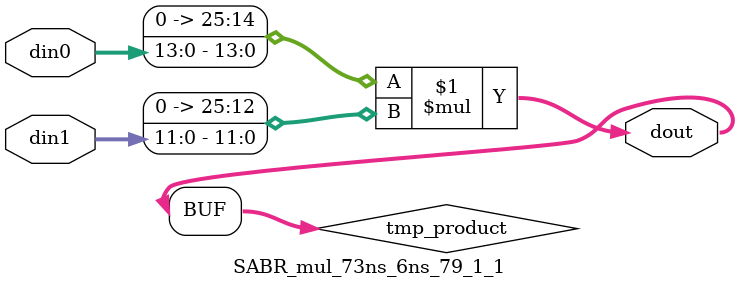
<source format=v>

`timescale 1 ns / 1 ps

 module SABR_mul_73ns_6ns_79_1_1(din0, din1, dout);
parameter ID = 1;
parameter NUM_STAGE = 0;
parameter din0_WIDTH = 14;
parameter din1_WIDTH = 12;
parameter dout_WIDTH = 26;

input [din0_WIDTH - 1 : 0] din0; 
input [din1_WIDTH - 1 : 0] din1; 
output [dout_WIDTH - 1 : 0] dout;

wire signed [dout_WIDTH - 1 : 0] tmp_product;
























assign tmp_product = $signed({1'b0, din0}) * $signed({1'b0, din1});











assign dout = tmp_product;





















endmodule

</source>
